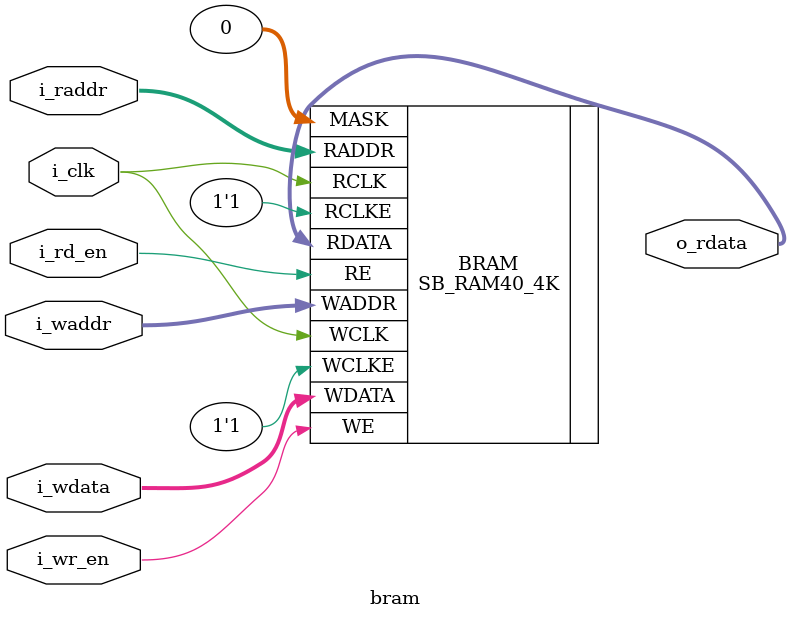
<source format=v>
/*

iCE40 Dual-Ported Block RAM
(derived from FPGA-TN-02002-1-7-Memory-Usage-Guide-for-iCE40-Devices.pdf)

    +-----------------+
    | bram (4kb)      |
    |                 |
--->|i_rd_en   i_wr_en|<---
=A=>|i_raddr   i_waddr|<=A=
<=D=|o_rdata   i_wdata|<=D=
    |                 |
 +->|i_clk            |
 |  +-----------------+

*/

`default_nettype none

module bram #(
    // DATA_SZ x MEM_MAX = 4096 bits
    parameter DATA_SZ           = 16,                           // number of bits per memory word
    parameter ADDR_SZ           = 8,                            // number of bits in each address
    parameter MEM_MAX           = (1<<ADDR_SZ)                  // maximum memory memory address
) (
    input                       i_clk,                          // system clock

    input                       i_wr_en,                        // write request
    input         [ADDR_SZ-1:0] i_waddr,                        // write address
    input         [DATA_SZ-1:0] i_wdata,                        // data written

    input                       i_rd_en,                        // read request
    input         [ADDR_SZ-1:0] i_raddr,                        // read address
    output reg    [DATA_SZ-1:0] o_rdata                         // data read
);

    SB_RAM40_4K BRAM (
        .WCLKE(1'b1),
        .WCLK(i_clk),
        .WE(i_wr_en),
        .WADDR(i_waddr),
        .WDATA(i_wdata),
        .MASK(0),
        .RCLKE(1'b1),
        .RCLK(i_clk),
        .RE(i_rd_en),
        .RADDR(i_raddr),
        .RDATA(o_rdata)
    );

endmodule

</source>
